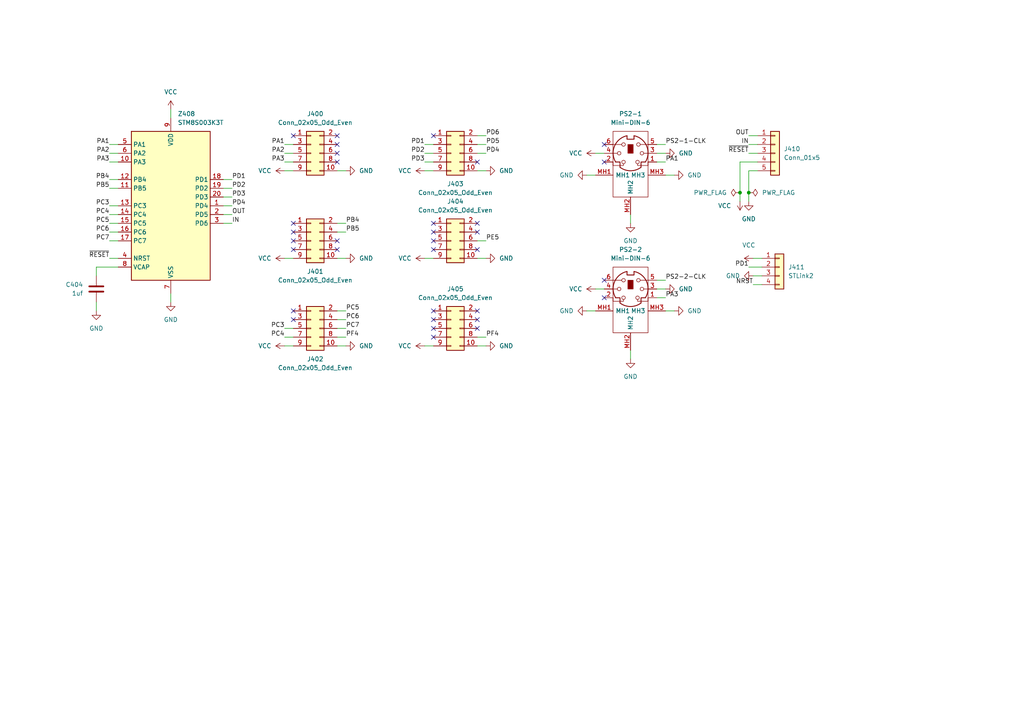
<source format=kicad_sch>
(kicad_sch (version 20211123) (generator eeschema)
  (paper "A4")
  (lib_symbols
    (symbol "Connector_Generic:Conn_01x04" (pin_names (offset 1.016) hide)
      (property "Reference" "J" (at 0 5.08 0))
      (property "Value" "Conn_01x04" (at 0 -7.62 0))
      (symbol "Conn_01x04_1_1"
        (rectangle (start -1.27 -4.953) (end 0 -5.207) (stroke (width 0.1524)))
        (rectangle (start -1.27 -2.413) (end 0 -2.667) (stroke (width 0.1524)))
        (rectangle (start -1.27 0.127) (end 0 -0.127) (stroke (width 0.1524)))
        (rectangle (start -1.27 2.667) (end 0 2.413) (stroke (width 0.1524)))
        (rectangle (start -1.27 3.81) (end 1.27 -6.35) (stroke (width 0.254)) (fill (type background)))
        (pin passive line (at -5.08 2.54 0) (length 3.81) (name "Pin_1") (number "1"))
        (pin passive line (at -5.08 0 0) (length 3.81) (name "Pin_2") (number "2"))
        (pin passive line (at -5.08 -2.54 0) (length 3.81) (name "Pin_3") (number "3"))
        (pin passive line (at -5.08 -5.08 0) (length 3.81) (name "Pin_4") (number "4"))
      )
    )
    (symbol "Connector_Generic:Conn_01x05" (pin_names (offset 1.016) hide)
      (property "Reference" "J" (at 0 7.62 0))
      (property "Value" "Conn_01x05" (at 0 -7.62 0))
      (symbol "Conn_01x05_1_1"
        (rectangle (start -1.27 -4.953) (end 0 -5.207) (stroke (width 0.1524)))
        (rectangle (start -1.27 -2.413) (end 0 -2.667) (stroke (width 0.1524)))
        (rectangle (start -1.27 0.127) (end 0 -0.127) (stroke (width 0.1524)))
        (rectangle (start -1.27 2.667) (end 0 2.413) (stroke (width 0.1524)))
        (rectangle (start -1.27 5.207) (end 0 4.953) (stroke (width 0.1524)))
        (rectangle (start -1.27 6.35) (end 1.27 -6.35) (stroke (width 0.254)) (fill (type background)))
        (pin passive line (at -5.08 5.08 0) (length 3.81) (name "Pin_1") (number "1"))
        (pin passive line (at -5.08 2.54 0) (length 3.81) (name "Pin_2") (number "2"))
        (pin passive line (at -5.08 0 0) (length 3.81) (name "Pin_3") (number "3"))
        (pin passive line (at -5.08 -2.54 0) (length 3.81) (name "Pin_4") (number "4"))
        (pin passive line (at -5.08 -5.08 0) (length 3.81) (name "Pin_5") (number "5"))
      )
    )
    (symbol "Connector_Generic:Conn_02x05_Odd_Even" (pin_names (offset 1.016) hide)
      (property "Reference" "J" (at 1.27 7.62 0))
      (property "Value" "Conn_02x05_Odd_Even" (at 1.27 -7.62 0))
      (symbol "Conn_02x05_Odd_Even_1_1"
        (rectangle (start -1.27 -4.953) (end 0 -5.207) (stroke (width 0.1524)))
        (rectangle (start -1.27 -2.413) (end 0 -2.667) (stroke (width 0.1524)))
        (rectangle (start -1.27 0.127) (end 0 -0.127) (stroke (width 0.1524)))
        (rectangle (start -1.27 2.667) (end 0 2.413) (stroke (width 0.1524)))
        (rectangle (start -1.27 5.207) (end 0 4.953) (stroke (width 0.1524)))
        (rectangle (start -1.27 6.35) (end 3.81 -6.35) (stroke (width 0.254)) (fill (type background)))
        (rectangle (start 3.81 -4.953) (end 2.54 -5.207) (stroke (width 0.1524)))
        (rectangle (start 3.81 -2.413) (end 2.54 -2.667) (stroke (width 0.1524)))
        (rectangle (start 3.81 0.127) (end 2.54 -0.127) (stroke (width 0.1524)))
        (rectangle (start 3.81 2.667) (end 2.54 2.413) (stroke (width 0.1524)))
        (rectangle (start 3.81 5.207) (end 2.54 4.953) (stroke (width 0.1524)))
        (pin passive line (at -5.08 5.08 0) (length 3.81) (name "Pin_1") (number "1"))
        (pin passive line (at 7.62 -5.08 180) (length 3.81) (name "Pin_10") (number "10"))
        (pin passive line (at 7.62 5.08 180) (length 3.81) (name "Pin_2") (number "2"))
        (pin passive line (at -5.08 2.54 0) (length 3.81) (name "Pin_3") (number "3"))
        (pin passive line (at 7.62 2.54 180) (length 3.81) (name "Pin_4") (number "4"))
        (pin passive line (at -5.08 0 0) (length 3.81) (name "Pin_5") (number "5"))
        (pin passive line (at 7.62 0 180) (length 3.81) (name "Pin_6") (number "6"))
        (pin passive line (at -5.08 -2.54 0) (length 3.81) (name "Pin_7") (number "7"))
        (pin passive line (at 7.62 -2.54 180) (length 3.81) (name "Pin_8") (number "8"))
        (pin passive line (at -5.08 -5.08 0) (length 3.81) (name "Pin_9") (number "9"))
      )
    )
    (symbol "Device:C" (pin_numbers hide) (pin_names (offset 0.254))
      (property "Reference" "C" (at 0.635 2.54 0))
      (property "Value" "C" (at 0.635 -2.54 0))
      (symbol "C_0_1"
        (polyline (pts (xy -2.032 -0.762) (xy 2.032 -0.762)) (stroke (width 0.508)))
        (polyline (pts (xy -2.032 0.762) (xy 2.032 0.762)) (stroke (width 0.508)))
      )
      (symbol "C_1_1"
        (pin passive line (at 0 3.81 270) (length 2.794) (name "~") (number "1"))
        (pin passive line (at 0 -3.81 90) (length 2.794) (name "~") (number "2"))
      )
    )
    (symbol "ExtraSymbols:5749266-1" (pin_names (offset 0.762))
      (property "Reference" "J" (at 19.05 7.62 0))
      (property "Value" "5749266-1" (at 19.05 5.08 0))
      (symbol "5749266-1_0_0"
        (pin passive line (at -5.08 -12.7 0) (length 5.08) (name "MH1") (number "MH1"))
        (pin passive line (at 5.08 -24.13 90) (length 5.08) (name "MH2") (number "MH2"))
        (pin passive line (at 15.24 -12.7 180) (length 5.08) (name "MH3") (number "MH3"))
      )
      (symbol "5749266-1_0_1"
        (polyline (pts (xy 1.27 -6.35) (xy 0 -6.35)))
        (polyline (pts (xy 2.54 -3.81) (xy 0 -3.81)))
        (polyline (pts (xy 7.874 -3.81) (xy 10.16 -3.81)))
        (polyline (pts (xy 10.16 -6.35) (xy 8.89 -6.35)))
        (polyline (pts (xy 0.762 -8.89) (xy 2.032 -8.89) (xy 2.032 -10.414)) (stroke (width 0.254)))
        (polyline (pts (xy 9.398 -8.89) (xy 8.128 -8.89) (xy 8.128 -10.414)) (stroke (width 0.254)))
        (polyline (pts (xy 3.048 -9.398) (xy 3.048 -9.906) (xy 0 -9.906) (xy 0 -8.89)))
        (polyline (pts (xy 4.064 -1.27) (xy 4.064 -2.286) (xy 6.096 -2.286) (xy 6.096 -1.27)) (stroke (width 0.254)))
        (polyline (pts (xy 7.112 -9.398) (xy 7.112 -9.906) (xy 10.16 -9.906) (xy 10.16 -8.89)))
        (rectangle (start 0 0) (end 10.16 -19.05) (stroke (width 0.1524)))
        (circle (center 1.778 -6.35) (radius 0.508))
        (arc (start 2.032 -10.414) (mid 5.08 -11.43) (end 8.128 -10.414) (stroke (width 0.254)))
        (circle (center 3.048 -8.89) (radius 0.508))
        (circle (center 3.048 -3.81) (radius 0.508))
        (arc (start 4.064 -1.27) (mid 0.4559 -4.2319) (end 0.762 -8.89) (stroke (width 0.254)))
        (rectangle (start 4.318 -3.81) (end 5.842 -6.35) (fill (type outline)))
        (circle (center 7.112 -8.89) (radius 0.508))
        (circle (center 7.366 -3.81) (radius 0.508))
        (circle (center 8.382 -6.35) (radius 0.508))
        (arc (start 9.398 -8.89) (mid 9.7446 -4.2143) (end 6.096 -1.27) (stroke (width 0.254)))
      )
      (symbol "5749266-1_1_1"
        (pin passive line (at 12.7 -8.89 180) (length 2.54) (name "~") (number "1"))
        (pin passive line (at -2.54 -8.89 0) (length 2.54) (name "~") (number "2"))
        (pin passive line (at 12.7 -6.35 180) (length 2.54) (name "~") (number "3"))
        (pin passive line (at -2.54 -6.35 0) (length 2.54) (name "~") (number "4"))
        (pin passive line (at 12.7 -3.81 180) (length 2.54) (name "~") (number "5"))
        (pin passive line (at -2.54 -3.81 0) (length 2.54) (name "~") (number "6"))
      )
    )
    (symbol "MCU_ST_STM8:STM8S003F3P"
      (property "Reference" "U" (at 1.27 25.4 0))
      (property "Value" "STM8S003F3P" (at 1.27 22.86 0))
      (symbol "STM8S003F3P_0_1"
        (rectangle (start -11.43 21.59) (end 11.43 -21.59) (stroke (width 0.254)) (fill (type background)))
      )
      (symbol "STM8S003F3P_1_1"
        (pin bidirectional line (at 15.24 0 180) (length 3.81) (name "PD4") (number "1"))
        (pin bidirectional line (at -15.24 12.7 0) (length 3.81) (name "PA3") (number "10"))
        (pin bidirectional line (at -15.24 5.08 0) (length 3.81) (name "PB5") (number "11"))
        (pin bidirectional line (at -15.24 7.62 0) (length 3.81) (name "PB4") (number "12"))
        (pin bidirectional line (at -15.24 0 0) (length 3.81) (name "PC3") (number "13"))
        (pin bidirectional line (at -15.24 -2.54 0) (length 3.81) (name "PC4") (number "14"))
        (pin bidirectional line (at -15.24 -5.08 0) (length 3.81) (name "PC5") (number "15"))
        (pin bidirectional line (at -15.24 -7.62 0) (length 3.81) (name "PC6") (number "16"))
        (pin bidirectional line (at -15.24 -10.16 0) (length 3.81) (name "PC7") (number "17"))
        (pin bidirectional line (at 15.24 7.62 180) (length 3.81) (name "PD1") (number "18"))
        (pin bidirectional line (at 15.24 5.08 180) (length 3.81) (name "PD2") (number "19"))
        (pin bidirectional line (at 15.24 -2.54 180) (length 3.81) (name "PD5") (number "2"))
        (pin bidirectional line (at 15.24 2.54 180) (length 3.81) (name "PD3") (number "20"))
        (pin bidirectional line (at 15.24 -5.08 180) (length 3.81) (name "PD6") (number "3"))
        (pin input line (at -15.24 -15.24 0) (length 3.81) (name "NRST") (number "4"))
        (pin bidirectional line (at -15.24 17.78 0) (length 3.81) (name "PA1") (number "5"))
        (pin bidirectional line (at -15.24 15.24 0) (length 3.81) (name "PA2") (number "6"))
        (pin power_in line (at 0 -25.4 90) (length 3.81) (name "VSS") (number "7"))
        (pin passive line (at -15.24 -17.78 0) (length 3.81) (name "VCAP") (number "8"))
        (pin power_in line (at 0 25.4 270) (length 3.81) (name "VDD") (number "9"))
      )
    )
    (symbol "power:GND" (power) (pin_names (offset 0))
      (property "Value" "GND" (at 0 -3.81 0))
      (symbol "GND_0_1"
        (polyline (pts (xy 0 0) (xy 0 -1.27) (xy 1.27 -1.27) (xy 0 -2.54) (xy -1.27 -1.27) (xy 0 -1.27)))
      )
      (symbol "GND_1_1"
        (pin power_in line (at 0 0 270) (length 0) hide (name "GND") (number "1"))
      )
    )
    (symbol "power:PWR_FLAG" (power) (pin_numbers hide) (pin_names (offset 0) hide)
      (property "Value" "PWR_FLAG" (at 0 3.81 0))
      (symbol "PWR_FLAG_0_0"
        (pin power_out line (at 0 0 90) (length 0) (name "pwr") (number "1"))
      )
      (symbol "PWR_FLAG_0_1"
        (polyline (pts (xy 0 0) (xy 0 1.27) (xy -1.016 1.905) (xy 0 2.54) (xy 1.016 1.905) (xy 0 1.27)))
      )
    )
    (symbol "power:VCC" (power) (pin_names (offset 0))
      (property "Value" "VCC" (at 0 3.81 0))
      (symbol "VCC_0_1"
        (polyline (pts (xy -0.762 1.27) (xy 0 2.54)))
        (polyline (pts (xy 0 0) (xy 0 2.54)))
        (polyline (pts (xy 0 2.54) (xy 0.762 1.27)))
      )
      (symbol "VCC_1_1"
        (pin power_in line (at 0 0 90) (length 0) hide (name "VCC") (number "1"))
      )
    )
  )
  (junction (at 217.17 55.88))
  (junction (at 214.63 55.88))
  (no_connect (at 97.79 72.39))
  (no_connect (at 97.79 69.85))
  (no_connect (at 85.09 67.31))
  (no_connect (at 85.09 64.77))
  (no_connect (at 85.09 72.39))
  (no_connect (at 85.09 69.85))
  (no_connect (at 85.09 39.37))
  (no_connect (at 138.43 64.77))
  (no_connect (at 138.43 67.31))
  (no_connect (at 125.73 64.77))
  (no_connect (at 175.26 46.99))
  (no_connect (at 175.26 41.91))
  (no_connect (at 125.73 72.39))
  (no_connect (at 138.43 72.39))
  (no_connect (at 125.73 67.31))
  (no_connect (at 138.43 90.17))
  (no_connect (at 125.73 97.79))
  (no_connect (at 125.73 95.25))
  (no_connect (at 138.43 92.71))
  (no_connect (at 138.43 95.25))
  (no_connect (at 175.26 86.36))
  (no_connect (at 125.73 92.71))
  (no_connect (at 125.73 39.37))
  (no_connect (at 97.79 41.91))
  (no_connect (at 97.79 39.37))
  (no_connect (at 175.26 81.28))
  (no_connect (at 138.43 46.99))
  (no_connect (at 125.73 90.17))
  (no_connect (at 125.73 69.85))
  (no_connect (at 97.79 46.99))
  (no_connect (at 97.79 44.45))
  (no_connect (at 85.09 90.17))
  (no_connect (at 85.09 92.71))
  (wire (pts (xy 34.29 62.23) (xy 31.75 62.23)))
  (wire (pts (xy 34.29 64.77) (xy 31.75 64.77)))
  (wire (pts (xy 138.43 74.93) (xy 140.97 74.93)))
  (wire (pts (xy 85.09 95.25) (xy 82.55 95.25)))
  (wire (pts (xy 214.63 55.88) (xy 214.63 58.42)))
  (wire (pts (xy 175.26 44.45) (xy 172.72 44.45)))
  (wire (pts (xy 97.79 64.77) (xy 100.33 64.77)))
  (wire (pts (xy 172.72 50.8) (xy 170.18 50.8)))
  (wire (pts (xy 125.73 44.45) (xy 123.19 44.45)))
  (wire (pts (xy 220.98 74.93) (xy 218.44 74.93)))
  (wire (pts (xy 97.79 90.17) (xy 100.33 90.17)))
  (wire (pts (xy 220.98 82.55) (xy 218.44 82.55)))
  (wire (pts (xy 138.43 44.45) (xy 140.97 44.45)))
  (wire (pts (xy 190.5 83.82) (xy 193.04 83.82)))
  (wire (pts (xy 97.79 74.93) (xy 100.33 74.93)))
  (wire (pts (xy 34.29 52.07) (xy 31.75 52.07)))
  (wire (pts (xy 217.17 49.53) (xy 217.17 55.88)))
  (wire (pts (xy 138.43 41.91) (xy 140.97 41.91)))
  (wire (pts (xy 219.71 39.37) (xy 217.17 39.37)))
  (wire (pts (xy 190.5 41.91) (xy 193.04 41.91)))
  (wire (pts (xy 219.71 41.91) (xy 217.17 41.91)))
  (wire (pts (xy 97.79 100.33) (xy 100.33 100.33)))
  (wire (pts (xy 214.63 46.99) (xy 214.63 55.88)))
  (wire (pts (xy 217.17 55.88) (xy 217.17 58.42)))
  (wire (pts (xy 175.26 83.82) (xy 172.72 83.82)))
  (wire (pts (xy 64.77 54.61) (xy 67.31 54.61)))
  (wire (pts (xy 193.04 46.99) (xy 190.5 46.99)))
  (wire (pts (xy 190.5 44.45) (xy 193.04 44.45)))
  (wire (pts (xy 220.98 77.47) (xy 217.17 77.47)))
  (wire (pts (xy 85.09 97.79) (xy 82.55 97.79)))
  (wire (pts (xy 182.88 101.6) (xy 182.88 104.14)))
  (wire (pts (xy 64.77 52.07) (xy 67.31 52.07)))
  (wire (pts (xy 34.29 41.91) (xy 31.75 41.91)))
  (wire (pts (xy 172.72 90.17) (xy 170.18 90.17)))
  (wire (pts (xy 85.09 41.91) (xy 82.55 41.91)))
  (wire (pts (xy 34.29 44.45) (xy 31.75 44.45)))
  (wire (pts (xy 64.77 64.77) (xy 67.31 64.77)))
  (wire (pts (xy 27.94 77.47) (xy 27.94 80.01)))
  (wire (pts (xy 219.71 46.99) (xy 214.63 46.99)))
  (wire (pts (xy 34.29 67.31) (xy 31.75 67.31)))
  (wire (pts (xy 138.43 97.79) (xy 140.97 97.79)))
  (wire (pts (xy 123.19 100.33) (xy 125.73 100.33)))
  (wire (pts (xy 34.29 59.69) (xy 31.75 59.69)))
  (wire (pts (xy 125.73 41.91) (xy 123.19 41.91)))
  (wire (pts (xy 97.79 49.53) (xy 100.33 49.53)))
  (wire (pts (xy 34.29 46.99) (xy 31.75 46.99)))
  (wire (pts (xy 193.04 90.17) (xy 195.58 90.17)))
  (wire (pts (xy 138.43 69.85) (xy 140.97 69.85)))
  (wire (pts (xy 193.04 50.8) (xy 195.58 50.8)))
  (wire (pts (xy 123.19 49.53) (xy 125.73 49.53)))
  (wire (pts (xy 182.88 62.23) (xy 182.88 64.77)))
  (wire (pts (xy 85.09 46.99) (xy 82.55 46.99)))
  (wire (pts (xy 85.09 44.45) (xy 82.55 44.45)))
  (wire (pts (xy 82.55 49.53) (xy 85.09 49.53)))
  (wire (pts (xy 64.77 62.23) (xy 67.31 62.23)))
  (wire (pts (xy 193.04 86.36) (xy 190.5 86.36)))
  (wire (pts (xy 97.79 67.31) (xy 100.33 67.31)))
  (wire (pts (xy 125.73 46.99) (xy 123.19 46.99)))
  (wire (pts (xy 27.94 77.47) (xy 34.29 77.47)))
  (wire (pts (xy 82.55 100.33) (xy 85.09 100.33)))
  (wire (pts (xy 49.53 85.09) (xy 49.53 87.63)))
  (wire (pts (xy 138.43 100.33) (xy 140.97 100.33)))
  (wire (pts (xy 219.71 44.45) (xy 217.17 44.45)))
  (wire (pts (xy 64.77 57.15) (xy 67.31 57.15)))
  (wire (pts (xy 190.5 81.28) (xy 193.04 81.28)))
  (wire (pts (xy 97.79 92.71) (xy 100.33 92.71)))
  (wire (pts (xy 34.29 54.61) (xy 31.75 54.61)))
  (wire (pts (xy 82.55 74.93) (xy 85.09 74.93)))
  (wire (pts (xy 97.79 95.25) (xy 100.33 95.25)))
  (wire (pts (xy 123.19 74.93) (xy 125.73 74.93)))
  (wire (pts (xy 138.43 39.37) (xy 140.97 39.37)))
  (wire (pts (xy 138.43 49.53) (xy 140.97 49.53)))
  (wire (pts (xy 64.77 59.69) (xy 67.31 59.69)))
  (wire (pts (xy 49.53 34.29) (xy 49.53 31.75)))
  (wire (pts (xy 97.79 97.79) (xy 100.33 97.79)))
  (wire (pts (xy 34.29 69.85) (xy 31.75 69.85)))
  (wire (pts (xy 217.17 49.53) (xy 219.71 49.53)))
  (wire (pts (xy 34.29 74.93) (xy 31.75 74.93)))
  (wire (pts (xy 27.94 87.63) (xy 27.94 90.17)))
  (wire (pts (xy 220.98 80.01) (xy 218.44 80.01)))
  (label "PC6" (at 31.75 67.31 0))
  (label "PD1" (at 217.17 77.47 0))
  (label "PS2-1-CLK" (at 193.04 41.91 0))
  (label "PC4" (at 82.55 97.79 0))
  (label "PE5" (at 140.97 69.85 0))
  (label "PD3" (at 123.19 46.99 180))
  (label "IN" (at 67.31 64.77 0))
  (label "PF4" (at 100.33 97.79 0))
  (label "PC5" (at 100.33 90.17 0))
  (label "PB4" (at 31.75 52.07 0))
  (label "PA1" (at 82.55 41.91 0))
  (label "PB4" (at 100.33 64.77 0))
  (label "PC7" (at 100.33 95.25 0))
  (label "PA3" (at 31.75 46.99 0))
  (label "PD4" (at 67.31 59.69 0))
  (label "PB5" (at 31.75 54.61 0))
  (label "PD4" (at 140.97 44.45 0))
  (label "PS2-2-CLK" (at 193.04 81.28 0))
  (label "NRST" (at 218.44 82.55 0))
  (label "PC5" (at 31.75 64.77 0))
  (label "PA1" (at 193.04 46.99 0))
  (label "PF4" (at 140.97 97.79 0))
  (label "PA3" (at 82.55 46.99 0))
  (label "PD2" (at 67.31 54.61 0))
  (label "PA1" (at 31.75 41.91 0))
  (label "PD6" (at 140.97 39.37 0))
  (label "~{RESET}" (at 31.75 74.93 180))
  (label "PC7" (at 31.75 69.85 0))
  (label "OUT" (at 217.17 39.37 180))
  (label "PC4" (at 31.75 62.23 0))
  (label "~{RESET}" (at 217.17 44.45 180))
  (label "PA2" (at 82.55 44.45 0))
  (label "PD3" (at 67.31 57.15 0))
  (label "PC3" (at 82.55 95.25 0))
  (label "PD5" (at 140.97 41.91 0))
  (label "PD2" (at 123.19 44.45 180))
  (label "PB5" (at 100.33 67.31 0))
  (label "PA2" (at 31.75 44.45 0))
  (label "PC6" (at 100.33 92.71 0))
  (label "PC3" (at 31.75 59.69 0))
  (label "PD1" (at 67.31 52.07 0))
  (label "PA3" (at 193.04 86.36 0))
  (label "OUT" (at 67.31 62.23 0))
  (label "PD1" (at 123.19 41.91 180))
  (label "IN" (at 217.17 41.91 180))
  (symbol (lib_id "Connector_Generic:Conn_02x05_Odd_Even") (at 90.17 95.25 0) (unit 1)
    (property "Reference" "J402" (at 91.44 104.14 0))
    (property "Value" "Conn_02x05_Odd_Even" (at 91.44 106.68 0))
    (property "Footprint" "Connector_PinHeader_2.54mm:PinHeader_2x05_P2.54mm_Vertical" (effects hide))
    (property "Manufacturer_Name" "Amphenol FCI" (effects hide))
    (property "Manufacturer_Part_Number" "10129381-910001BLF" (effects hide))
  )
  (symbol (lib_id "power:GND") (at 140.97 74.93 90) (unit 1)
    (property "Reference" "# PWR0103" (effects hide))
    (property "Value" "GND" (at 144.78 74.9299 90) (effects (justify right)))
  )
  (symbol (lib_id "Device:C") (at 27.94 83.82 0) (unit 1)
    (property "Reference" "C404" (at 24.13 82.5499 0) (effects (justify right)))
    (property "Value" "1uf" (at 24.13 85.0899 0) (effects (justify right)))
    (property "Footprint" "Capacitor_THT:C_Disc_D3.0mm_W1.6mm_P2.50mm" (effects hide))
    (property "Manufacturer_Name" "Lelon" (effects hide))
    (property "Manufacturer_Part_Number" "REA010M2CBK-0511P" (effects hide))
  )
  (symbol (lib_id "power:VCC") (at 172.72 44.45 90) (unit 1)
    (property "Reference" "# PWR0114" (effects hide))
    (property "Value" "VCC" (at 168.91 44.4499 90) (effects (justify left)))
  )
  (symbol (lib_id "Connector_Generic:Conn_02x05_Odd_Even") (at 130.81 69.85 0) (unit 1)
    (property "Reference" "J404" (at 132.08 58.42 0))
    (property "Value" "Conn_02x05_Odd_Even" (at 132.08 60.96 0))
    (property "Footprint" "Connector_PinHeader_2.54mm:PinHeader_2x05_P2.54mm_Vertical" (effects hide))
    (property "Manufacturer_Name" "Amphenol FCI" (effects hide))
    (property "Manufacturer_Part_Number" "10129381-910001BLF" (effects hide))
  )
  (symbol (lib_id "power:VCC") (at 123.19 74.93 90) (unit 1)
    (property "Reference" "# PWR0104" (effects hide))
    (property "Value" "VCC" (at 119.38 74.9299 90) (effects (justify left)))
  )
  (symbol (lib_id "ExtraSymbols:5749266-1") (at 177.8 77.47 0) (unit 1)
    (property "Reference" "PS2-2" (at 182.8978 72.39 0))
    (property "Value" "Mini-DIN-6" (at 182.8978 74.93 0))
    (property "Footprint" "57492661" (effects hide))
    (property "Datasheet" "https://componentsearchengine.com/Datasheets/1/5749266-1.pdf" (effects hide))
    (property "Description" "Circular DIN Connectors 6 P R/A W/O HOLDDOWN" (effects hide))
    (property "Height" "13" (effects hide))
    (property "Mouser Part Number" "571-5749266-1" (effects hide))
    (property "Mouser Price/Stock" "https://www.mouser.co.uk/ProductDetail/TE-Connectivity/5749266-1?qs=XlZqES4cpWaWvZ%2F3L%252BlRxA%3D%3D" (effects hide))
    (property "Manufacturer_Name" "TE Connectivity" (effects hide))
    (property "Manufacturer_Part_Number" "5749266-1" (effects hide))
  )
  (symbol (lib_id "power:GND") (at 218.44 80.01 270) (unit 1)
    (property "Reference" "#~PWR0169" (effects hide))
    (property "Value" "GND" (at 214.63 80.0099 90) (effects (justify right)))
  )
  (symbol (lib_id "power:VCC") (at 82.55 74.93 90) (unit 1)
    (property "Reference" "#~PWR0106" (effects hide))
    (property "Value" "VCC" (at 78.74 74.9299 90) (effects (justify left)))
  )
  (symbol (lib_id "power:VCC") (at 82.55 100.33 90) (unit 1)
    (property "Reference" "#0148" (effects hide))
    (property "Value" "VCC" (at 78.74 100.3299 90) (effects (justify left)))
  )
  (symbol (lib_id "power:GND") (at 140.97 49.53 90) (unit 1)
    (property "Reference" "#0106" (effects hide))
    (property "Value" "GND" (at 144.78 49.5299 90) (effects (justify right)))
  )
  (symbol (lib_id "power:GND") (at 182.88 64.77 0) (unit 1)
    (property "Reference" "# PWR0117" (effects hide))
    (property "Value" "GND" (at 182.88 69.85 0))
  )
  (symbol (lib_id "power:GND") (at 100.33 49.53 90) (unit 1)
    (property "Reference" "#0101" (effects hide))
    (property "Value" "GND" (at 104.14 49.5299 90) (effects (justify right)))
  )
  (symbol (lib_id "power:VCC") (at 82.55 49.53 90) (unit 1)
    (property "Reference" "#0102" (effects hide))
    (property "Value" "VCC" (at 78.74 49.5299 90) (effects (justify left)))
  )
  (symbol (lib_id "power:GND") (at 140.97 100.33 90) (unit 1)
    (property "Reference" "#0103" (effects hide))
    (property "Value" "GND" (at 144.78 100.3299 90) (effects (justify right)))
  )
  (symbol (lib_id "power:VCC") (at 218.44 74.93 90) (unit 1)
    (property "Reference" "#~PWR0121" (effects hide))
    (property "Value" "VCC" (at 217.17 71.12 90))
  )
  (symbol (lib_id "power:GND") (at 170.18 50.8 270) (unit 1)
    (property "Reference" "# PWR0109" (effects hide))
    (property "Value" "GND" (at 166.37 50.7999 90) (effects (justify right)))
  )
  (symbol (lib_id "power:VCC") (at 214.63 58.42 180) (unit 1)
    (property "Reference" "# PWR0101" (effects hide))
    (property "Value" "VCC" (at 212.09 59.6899 0) (effects (justify left)))
  )
  (symbol (lib_id "power:GND") (at 100.33 74.93 90) (unit 1)
    (property "Reference" "#~PWR0123" (effects hide))
    (property "Value" "GND" (at 104.14 74.9299 90) (effects (justify right)))
  )
  (symbol (lib_id "power:PWR_FLAG") (at 217.17 55.88 270) (unit 1)
    (property "Reference" "#FLG0101" (effects hide))
    (property "Value" "PWR_FLAG" (at 220.98 55.8799 90) (effects (justify left)))
  )
  (symbol (lib_id "Connector_Generic:Conn_02x05_Odd_Even") (at 90.17 44.45 0) (unit 1)
    (property "Reference" "J400" (at 91.44 33.02 0))
    (property "Value" "Conn_02x05_Odd_Even" (at 91.44 35.56 0))
    (property "Footprint" "Connector_PinHeader_2.54mm:PinHeader_2x05_P2.54mm_Vertical" (effects hide))
    (property "Manufacturer_Name" "Amphenol FCI" (effects hide))
    (property "Manufacturer_Part_Number" "10129381-910001BLF" (effects hide))
  )
  (symbol (lib_id "Connector_Generic:Conn_02x05_Odd_Even") (at 90.17 69.85 0) (unit 1)
    (property "Reference" "J401" (at 91.44 78.74 0))
    (property "Value" "Conn_02x05_Odd_Even" (at 91.44 81.28 0))
    (property "Footprint" "Connector_PinHeader_2.54mm:PinHeader_2x05_P2.54mm_Vertical" (effects hide))
    (property "Manufacturer_Name" "Amphenol FCI" (effects hide))
    (property "Manufacturer_Part_Number" "10129381-910001BLF" (effects hide))
  )
  (symbol (lib_id "MCU_ST_STM8:STM8S003F3P") (at 49.53 59.69 0) (unit 1)
    (property "Reference" "Z408" (at 51.5494 33.02 0) (effects (justify left)))
    (property "Value" "STM8S003K3T" (at 51.5494 35.56 0) (effects (justify left)))
    (property "Footprint" "Package_SO:TSSOP-20_4.4x6.5mm_P0.65mm" (effects hide))
    (property "Datasheet" "http://www.st.com/st-web-ui/static/active/en/resource/technical/document/datasheet/DM00024550.pdf" (effects hide))
    (property "Manufacturer_Name" "STMicroelectronics" (effects hide))
    (property "Manufacturer_Part_Number" "STM8S003K3T6CTR" (effects hide))
  )
  (symbol (lib_id "power:GND") (at 100.33 100.33 90) (unit 1)
    (property "Reference" "#0147" (effects hide))
    (property "Value" "GND" (at 104.14 100.3299 90) (effects (justify right)))
  )
  (symbol (lib_id "power:GND") (at 217.17 58.42 0) (unit 1)
    (property "Reference" "# PWR0102" (effects hide))
    (property "Value" "GND" (at 217.17 63.5 0))
  )
  (symbol (lib_id "power:GND") (at 193.04 83.82 90) (unit 1)
    (property "Reference" "# PWR0122" (effects hide))
    (property "Value" "GND" (at 196.85 83.8199 90) (effects (justify right)))
  )
  (symbol (lib_id "power:PWR_FLAG") (at 214.63 55.88 90) (unit 1)
    (property "Reference" "#FLG0102" (effects hide))
    (property "Value" "PWR_FLAG" (at 210.82 55.8799 90) (effects (justify left)))
  )
  (symbol (lib_id "power:GND") (at 182.88 104.14 0) (unit 1)
    (property "Reference" "# PWR0119" (effects hide))
    (property "Value" "GND" (at 182.88 109.22 0))
  )
  (symbol (lib_id "power:GND") (at 195.58 90.17 90) (unit 1)
    (property "Reference" "# PWR0121" (effects hide))
    (property "Value" "GND" (at 199.39 90.1699 90) (effects (justify right)))
  )
  (symbol (lib_id "power:GND") (at 49.53 87.63 0) (unit 1)
    (property "Reference" "#~PWR0109" (effects hide))
    (property "Value" "GND" (at 49.53 92.71 0))
  )
  (symbol (lib_id "Connector_Generic:Conn_01x04") (at 226.06 77.47 0) (unit 1)
    (property "Reference" "J411" (at 228.6 77.4699 0) (effects (justify left)))
    (property "Value" "STLink2" (at 228.6 80.0099 0) (effects (justify left)))
    (property "Footprint" "Connector_PinHeader_2.54mm:PinHeader_1x04_P2.54mm_Vertical" (effects hide))
    (property "Manufacturer_Name" "Samtec" (effects hide))
    (property "Manufacturer_Part_Number" "HTSW-104-24-F-S" (effects hide))
  )
  (symbol (lib_id "Connector_Generic:Conn_02x05_Odd_Even") (at 130.81 44.45 0) (unit 1)
    (property "Reference" "J403" (at 132.08 53.34 0))
    (property "Value" "Conn_02x05_Odd_Even" (at 132.08 55.88 0))
    (property "Footprint" "Connector_PinHeader_2.54mm:PinHeader_2x05_P2.54mm_Vertical" (effects hide))
    (property "Manufacturer_Name" "Amphenol FCI" (effects hide))
    (property "Manufacturer_Part_Number" "10129381-910001BLF" (effects hide))
  )
  (symbol (lib_id "power:VCC") (at 49.53 31.75 0) (unit 1)
    (property "Reference" "#~PWR0124" (effects hide))
    (property "Value" "VCC" (at 49.53 26.67 0))
  )
  (symbol (lib_id "power:GND") (at 195.58 50.8 90) (unit 1)
    (property "Reference" "# PWR0124" (effects hide))
    (property "Value" "GND" (at 199.39 50.7999 90) (effects (justify right)))
  )
  (symbol (lib_id "Connector_Generic:Conn_02x05_Odd_Even") (at 130.81 95.25 0) (unit 1)
    (property "Reference" "J405" (at 132.08 83.82 0))
    (property "Value" "Conn_02x05_Odd_Even" (at 132.08 86.36 0))
    (property "Footprint" "Connector_PinHeader_2.54mm:PinHeader_2x05_P2.54mm_Vertical" (effects hide))
    (property "Manufacturer_Name" "Amphenol FCI" (effects hide))
    (property "Manufacturer_Part_Number" "10129381-910001BLF" (effects hide))
  )
  (symbol (lib_id "power:GND") (at 27.94 90.17 0) (unit 1)
    (property "Reference" "#~PWR0112" (effects hide))
    (property "Value" "GND" (at 27.94 95.25 0))
  )
  (symbol (lib_id "power:VCC") (at 172.72 83.82 90) (unit 1)
    (property "Reference" "# PWR0120" (effects hide))
    (property "Value" "VCC" (at 168.91 83.8199 90) (effects (justify left)))
  )
  (symbol (lib_id "power:VCC") (at 123.19 100.33 90) (unit 1)
    (property "Reference" "#0104" (effects hide))
    (property "Value" "VCC" (at 119.38 100.3299 90) (effects (justify left)))
  )
  (symbol (lib_id "ExtraSymbols:5749266-1") (at 177.8 38.1 0) (unit 1)
    (property "Reference" "PS2-1" (at 182.8978 33.02 0))
    (property "Value" "Mini-DIN-6" (at 182.8978 35.56 0))
    (property "Footprint" "57492661" (effects hide))
    (property "Datasheet" "https://componentsearchengine.com/Datasheets/1/5749266-1.pdf" (effects hide))
    (property "Description" "Circular DIN Connectors 6 P R/A W/O HOLDDOWN" (effects hide))
    (property "Height" "13" (effects hide))
    (property "Mouser Part Number" "571-5749266-1" (effects hide))
    (property "Mouser Price/Stock" "https://www.mouser.co.uk/ProductDetail/TE-Connectivity/5749266-1?qs=XlZqES4cpWaWvZ%2F3L%252BlRxA%3D%3D" (effects hide))
    (property "Manufacturer_Name" "TE Connectivity" (effects hide))
    (property "Manufacturer_Part_Number" "5749266-1" (effects hide))
  )
  (symbol (lib_id "Connector_Generic:Conn_01x05") (at 224.79 44.45 0) (unit 1)
    (property "Reference" "J410" (at 227.33 43.1799 0) (effects (justify left)))
    (property "Value" "Conn_01x5" (at 227.33 45.7199 0) (effects (justify left)))
    (property "Footprint" "Connector_PinHeader_2.54mm:PinHeader_1x05_P2.54mm_Vertical" (effects hide))
  )
  (symbol (lib_id "power:VCC") (at 123.19 49.53 90) (unit 1)
    (property "Reference" "#0105" (effects hide))
    (property "Value" "VCC" (at 119.38 49.5299 90) (effects (justify left)))
  )
  (symbol (lib_id "power:GND") (at 193.04 44.45 90) (unit 1)
    (property "Reference" "# PWR0123" (effects hide))
    (property "Value" "GND" (at 196.85 44.4499 90) (effects (justify right)))
  )
  (symbol (lib_id "power:GND") (at 170.18 90.17 270) (unit 1)
    (property "Reference" "# PWR0118" (effects hide))
    (property "Value" "GND" (at 166.37 90.1699 90) (effects (justify right)))
  )
)
</source>
